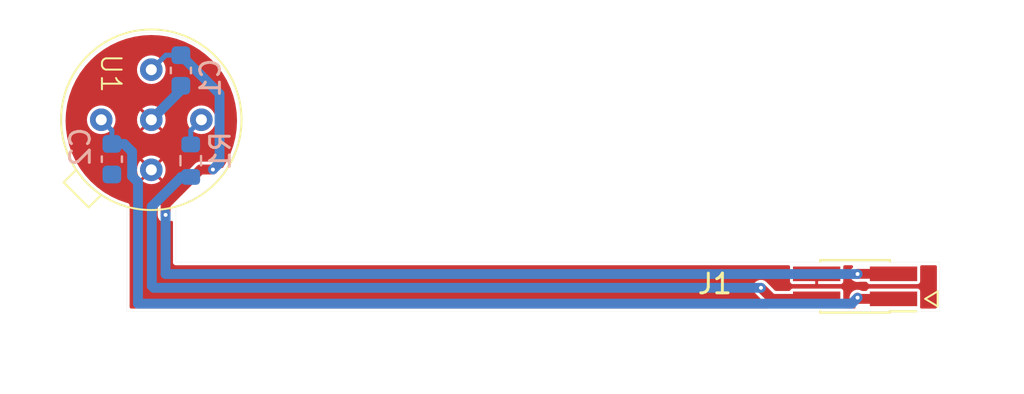
<source format=kicad_pcb>
(kicad_pcb (version 20221018) (generator pcbnew)
  (layers (0 "F.Cu" signal) (31 "B.Cu" signal) (34 "B.Paste" user) (35 "F.Paste" user) (36 "B.SilkS" user "B.Silkscreen") (37 "F.SilkS" user "F.Silkscreen") (38 "B.Mask" user) (39 "F.Mask" user) (44 "Edge.Cuts" user))
  (net 0 "")
  (net 1 "VCC")
  (net 2 "GND")
  (net 3 "VSS")
  (net 4 "Net-(J1-Pin_2)")
  (net 5 "Net-(U1-OUT)")
  (footprint "my_header:PinHeader_2x02_P1.27mm_compact" (layer "F.Cu") (at 93.375 74.525 180)
    (fp_text reference "J1" (at 7.112 0.127) (layer "F.SilkS"))
    (fp_text value "Conn_02x02_Odd_Even")
    (fp_line (start -4.191 -1.016) (end -3.556 -0.635) (stroke (width 0.1)) (layer "F.SilkS"))
    (fp_line (start -4.191 -0.254) (end -4.191 -1.016) (stroke (width 0.1)) (layer "F.SilkS"))
    (fp_line (start -3.556 -0.635) (end -4.191 -0.254) (stroke (width 0.1)) (layer "F.SilkS"))
    (fp_line (start -3.09 -1.265) (end -1.765 -1.265) (stroke (width 0.12)) (layer "F.SilkS"))
    (fp_line (start -1.765 -1.33) (end -1.765 -1.265) (stroke (width 0.12)) (layer "F.SilkS"))
    (fp_line (start -1.765 -1.33) (end 1.765 -1.33) (stroke (width 0.12)) (layer "F.SilkS"))
    (fp_line (start -1.765 1.265) (end -1.765 1.33) (stroke (width 0.12)) (layer "F.SilkS"))
    (fp_line (start -1.765 1.33) (end 1.765 1.33) (stroke (width 0.12)) (layer "F.SilkS"))
    (fp_line (start 1.765 -1.33) (end 1.765 -1.265) (stroke (width 0.12)) (layer "F.SilkS"))
    (fp_line (start 1.765 1.265) (end 1.765 1.33) (stroke (width 0.12)) (layer "F.SilkS"))
    (pad "1" smd rect (at -1.95 -0.635 180) (size 2.4 0.74) (layers "F.Cu" "F.Paste" "F.Mask") (net 3 "VSS"))
    (pad "2" smd rect (at 1.95 -0.635 180) (size 2.4 0.74) (layers "F.Cu" "F.Paste" "F.Mask") (net 4 "Net-(J1-Pin_2)"))
    (pad "3" smd rect (at -1.95 0.635 180) (size 2.4 0.74) (layers "F.Cu" "F.Paste" "F.Mask") (net 1 "VCC"))
    (pad "4" smd rect (at 1.95 0.635 180) (size 2.4 0.74) (layers "F.Cu" "F.Paste" "F.Mask") (net 2 "GND"))
  )
  (footprint "my_IQ80:IQ80xL" (layer "F.Cu") (at 57.675 63.535 -90)
    (fp_text reference "U1" (at 0.18595 2.04595 -90 unlocked) (layer "F.SilkS") (effects (font (thickness 0.1))))
    (fp_text value "IQ80xL")
    (fp_line (start 5.08 3.81) (end 5.715 4.445) (stroke (width 0.1)) (layer "F.SilkS"))
    (fp_line (start 5.715 4.445) (end 6.985 3.175) (stroke (width 0.1)) (layer "F.SilkS"))
    (fp_line (start 6.985 3.175) (end 6.35 2.54) (stroke (width 0.1)) (layer "F.SilkS"))
    (fp_circle (center 2.54 0) (end 6.35 2.54) (stroke (width 0.1)) (fill none) (layer "F.SilkS"))
    (pad "1" thru_hole circle (at 5.08 0 270) (size 1.143 1.143) (drill 0.5588) (layers "*.Cu" "*.Mask") (net 2 "GND"))
    (pad "2" thru_hole circle (at 2.54 -2.54 270) (size 1.143 1.143) (drill 0.5588) (layers "*.Cu" "*.Mask") (net 5 "Net-(U1-OUT)"))
    (pad "3" thru_hole circle (at 0 0 270) (size 1.143 1.143) (drill 0.5588) (layers "*.Cu" "*.Mask") (net 1 "VCC"))
    (pad "4" thru_hole circle (at 2.54 2.54 270) (size 1.143 1.143) (drill 0.5588) (layers "*.Cu" "*.Mask") (net 3 "VSS"))
    (pad "5" thru_hole circle (at 2.54 0 270) (size 1.143 1.143) (drill 0.5588) (layers "*.Cu" "*.Mask") (net 2 "GND"))
  )
  (footprint "Capacitor_SMD:C_0603_1608Metric" (layer "B.Cu") (at 55.675 68.075 -90)
    (fp_text reference "C2" (at -0.625 1.6 90) (layer "B.SilkS") (effects (justify mirror)))
    (fp_text value "C_Small")
    (fp_line (start -0.14058 -0.51) (end 0.14058 -0.51) (stroke (width 0.12)) (layer "B.SilkS"))
    (fp_line (start -0.14058 0.51) (end 0.14058 0.51) (stroke (width 0.12)) (layer "B.SilkS"))
    (pad "1" smd roundrect (at -0.775 0 270) (size 0.9 0.95) (layers "B.Cu" "B.Paste" "B.Mask") (net 3 "VSS"))
    (pad "2" smd roundrect (at 0.775 0 270) (size 0.9 0.95) (layers "B.Cu" "B.Paste" "B.Mask") (net 2 "GND"))
  )
  (footprint "Capacitor_SMD:C_0603_1608Metric" (layer "B.Cu") (at 59.175 63.575 -90)
    (fp_text reference "C1" (at 0.375 -1.5 90) (layer "B.SilkS") (effects (justify mirror)))
    (fp_text value "C_Small")
    (fp_line (start -0.14058 -0.51) (end 0.14058 -0.51) (stroke (width 0.12)) (layer "B.SilkS"))
    (fp_line (start -0.14058 0.51) (end 0.14058 0.51) (stroke (width 0.12)) (layer "B.SilkS"))
    (pad "1" smd roundrect (at -0.775 0 270) (size 0.9 0.95) (layers "B.Cu" "B.Paste" "B.Mask") (net 1 "VCC"))
    (pad "2" smd roundrect (at 0.775 0 270) (size 0.9 0.95) (layers "B.Cu" "B.Paste" "B.Mask") (net 2 "GND"))
  )
  (footprint "Resistor_SMD:R_0603_1608Metric" (layer "B.Cu") (at 59.675 68.15 -90)
    (fp_text reference "R1" (at -0.5 -1.5 90) (layer "B.SilkS") (effects (justify mirror)))
    (fp_text value "0R")
    (fp_line (start -0.237258 -0.5225) (end 0.237258 -0.5225) (stroke (width 0.12)) (layer "B.SilkS"))
    (fp_line (start -0.237258 0.5225) (end 0.237258 0.5225) (stroke (width 0.12)) (layer "B.SilkS"))
    (pad "1" smd roundrect (at -0.825 0 270) (size 0.8 0.95) (layers "B.Cu" "B.Paste" "B.Mask") (net 5 "Net-(U1-OUT)"))
    (pad "2" smd roundrect (at 0.825 0 270) (size 0.8 0.95) (layers "B.Cu" "B.Paste" "B.Mask") (net 4 "Net-(J1-Pin_2)"))
  )
  (gr_line (start 58.981267 61.81877) (end 58.552897 61.71147) (stroke (width 0.007874)) (layer "Edge.Cuts"))
  (gr_line (start 58.924998 70.445312) (end 58.981267 70.431212) (stroke (width 0.007874)) (layer "Edge.Cuts"))
  (gr_line (start 61.981221 67.431258) (end 62.088521 67.002888) (stroke (width 0.007874)) (layer "Edge.Cuts"))
  (gr_line (start 56.425002 70.445312) (end 56.425002 75.803062) (stroke (width 0.007874)) (layer "Edge.Cuts"))
  (gr_line (start 58.924998 73.303067) (end 58.924998 70.445312) (stroke (width 0.007874)) (layer "Edge.Cuts"))
  (gr_line (start 53.261479 67.002888) (end 53.368779 67.431258) (stroke (width 0.007874)) (layer "Edge.Cuts"))
  (gr_line (start 60.175055 69.866594) (end 60.529764 69.603534) (stroke (width 0.007874)) (layer "Edge.Cuts"))
  (gr_line (start 62.174991 66.124991) (end 62.153311 65.683921) (stroke (width 0.007874)) (layer "Edge.Cuts"))
  (gr_line (start 97.67492 75.803062) (end 97.67492 73.303067) (stroke (width 0.007874)) (layer "Edge.Cuts"))
  (gr_line (start 55.553724 62.156359) (end 55.174945 62.383388) (stroke (width 0.007874)) (layer "Edge.Cuts"))
  (gr_line (start 60.856974 69.306965) (end 61.153543 68.979755) (stroke (width 0.007874)) (layer "Edge.Cuts"))
  (gr_line (start 61.153543 63.270227) (end 60.856974 62.943017) (stroke (width 0.007874)) (layer "Edge.Cuts"))
  (gr_line (start 54.493026 62.943017) (end 54.196457 63.270227) (stroke (width 0.007874)) (layer "Edge.Cuts"))
  (gr_line (start 57.23393 61.64668) (end 56.797103 61.71147) (stroke (width 0.007874)) (layer "Edge.Cuts"))
  (gr_line (start 61.416603 63.624936) (end 61.153543 63.270227) (stroke (width 0.007874)) (layer "Edge.Cuts"))
  (gr_line (start 59.397057 61.967539) (end 58.981267 61.81877) (stroke (width 0.007874)) (layer "Edge.Cuts"))
  (gr_line (start 54.196457 68.979755) (end 54.493026 69.306965) (stroke (width 0.007874)) (layer "Edge.Cuts"))
  (gr_line (start 58.11607 61.64668) (end 57.675 61.625) (stroke (width 0.007874)) (layer "Edge.Cuts"))
  (gr_line (start 58.981267 70.431212) (end 59.397057 70.282443) (stroke (width 0.007874)) (layer "Edge.Cuts"))
  (gr_line (start 60.529764 62.646448) (end 60.175055 62.383388) (stroke (width 0.007874)) (layer "Edge.Cuts"))
  (gr_line (start 53.368779 64.818724) (end 53.261479 65.247094) (stroke (width 0.007874)) (layer "Edge.Cuts"))
  (gr_line (start 97.67492 73.303067) (end 58.924998 73.303067) (stroke (width 0.007874)) (layer "Edge.Cuts"))
  (gr_line (start 54.820236 69.603534) (end 55.174945 69.866594) (stroke (width 0.007874)) (layer "Edge.Cuts"))
  (gr_line (start 53.175009 66.124991) (end 53.196689 66.566061) (stroke (width 0.007874)) (layer "Edge.Cuts"))
  (gr_line (start 61.832452 67.847048) (end 61.981221 67.431258) (stroke (width 0.007874)) (layer "Edge.Cuts"))
  (gr_line (start 59.796276 62.156359) (end 59.397057 61.967539) (stroke (width 0.007874)) (layer "Edge.Cuts"))
  (gr_line (start 53.517548 64.402934) (end 53.368779 64.818724) (stroke (width 0.007874)) (layer "Edge.Cuts"))
  (gr_line (start 57.675 61.625) (end 57.23393 61.64668) (stroke (width 0.007874)) (layer "Edge.Cuts"))
  (gr_line (start 55.174945 69.866594) (end 55.553724 70.093623) (stroke (width 0.007874)) (layer "Edge.Cuts"))
  (gr_line (start 55.174945 62.383388) (end 54.820236 62.646448) (stroke (width 0.007874)) (layer "Edge.Cuts"))
  (gr_line (start 53.517548 67.847048) (end 53.706368 68.246267) (stroke (width 0.007874)) (layer "Edge.Cuts"))
  (gr_line (start 55.553724 70.093623) (end 55.952943 70.282443) (stroke (width 0.007874)) (layer "Edge.Cuts"))
  (gr_line (start 62.153311 66.566061) (end 62.174991 66.124991) (stroke (width 0.007874)) (layer "Edge.Cuts"))
  (gr_line (start 53.196689 65.683921) (end 53.175009 66.124991) (stroke (width 0.007874)) (layer "Edge.Cuts"))
  (gr_line (start 60.529764 69.603534) (end 60.856974 69.306965) (stroke (width 0.007874)) (layer "Edge.Cuts"))
  (gr_line (start 53.196689 66.566061) (end 53.261479 67.002888) (stroke (width 0.007874)) (layer "Edge.Cuts"))
  (gr_line (start 53.261479 65.247094) (end 53.196689 65.683921) (stroke (width 0.007874)) (layer "Edge.Cuts"))
  (gr_line (start 54.196457 63.270227) (end 53.933397 63.624936) (stroke (width 0.007874)) (layer "Edge.Cuts"))
  (gr_line (start 60.856974 62.943017) (end 60.529764 62.646448) (stroke (width 0.007874)) (layer "Edge.Cuts"))
  (gr_line (start 61.981221 64.818724) (end 61.832452 64.402934) (stroke (width 0.007874)) (layer "Edge.Cuts"))
  (gr_line (start 60.175055 62.383388) (end 59.796276 62.156359) (stroke (width 0.007874)) (layer "Edge.Cuts"))
  (gr_line (start 62.088521 65.247094) (end 61.981221 64.818724) (stroke (width 0.007874)) (layer "Edge.Cuts"))
  (gr_line (start 61.832452 64.402934) (end 61.643632 64.003715) (stroke (width 0.007874)) (layer "Edge.Cuts"))
  (gr_line (start 61.153543 68.979755) (end 61.416603 68.625046) (stroke (width 0.007874)) (layer "Edge.Cuts"))
  (gr_line (start 54.820236 62.646448) (end 54.493026 62.943017) (stroke (width 0.007874)) (layer "Edge.Cuts"))
  (gr_line (start 61.416603 68.625046) (end 61.643632 68.246267) (stroke (width 0.007874)) (layer "Edge.Cuts"))
  (gr_line (start 55.952943 70.282443) (end 56.368733 70.431212) (stroke (width 0.007874)) (layer "Edge.Cuts"))
  (gr_line (start 53.933397 68.625046) (end 54.196457 68.979755) (stroke (width 0.007874)) (layer "Edge.Cuts"))
  (gr_line (start 58.552897 61.71147) (end 58.11607 61.64668) (stroke (width 0.007874)) (layer "Edge.Cuts"))
  (gr_line (start 62.153311 65.683921) (end 62.088521 65.247094) (stroke (width 0.007874)) (layer "Edge.Cuts"))
  (gr_line (start 56.368733 61.81877) (end 55.952943 61.967539) (stroke (width 0.007874)) (layer "Edge.Cuts"))
  (gr_line (start 59.796276 70.093623) (end 60.175055 69.866594) (stroke (width 0.007874)) (layer "Edge.Cuts"))
  (gr_line (start 54.493026 69.306965) (end 54.820236 69.603534) (stroke (width 0.007874)) (layer "Edge.Cuts"))
  (gr_line (start 56.797103 61.71147) (end 56.368733 61.81877) (stroke (width 0.007874)) (layer "Edge.Cuts"))
  (gr_line (start 61.643632 64.003715) (end 61.416603 63.624936) (stroke (width 0.007874)) (layer "Edge.Cuts"))
  (gr_line (start 61.643632 68.246267) (end 61.832452 67.847048) (stroke (width 0.007874)) (layer "Edge.Cuts"))
  (gr_line (start 55.952943 61.967539) (end 55.553724 62.156359) (stroke (width 0.007874)) (layer "Edge.Cuts"))
  (gr_line (start 56.368733 70.431212) (end 56.425002 70.445312) (stroke (width 0.007874)) (layer "Edge.Cuts"))
  (gr_line (start 56.425002 75.803062) (end 97.67492 75.803062) (stroke (width 0.007874)) (layer "Edge.Cuts"))
  (gr_line (start 53.706368 68.246267) (end 53.933397 68.625046) (stroke (width 0.007874)) (layer "Edge.Cuts"))
  (gr_line (start 53.368779 67.431258) (end 53.517548 67.847048) (stroke (width 0.007874)) (layer "Edge.Cuts"))
  (gr_line (start 53.706368 64.003715) (end 53.517548 64.402934) (stroke (width 0.007874)) (layer "Edge.Cuts"))
  (gr_line (start 53.933397 63.624936) (end 53.706368 64.003715) (stroke (width 0.007874)) (layer "Edge.Cuts"))
  (gr_line (start 62.088521 67.002888) (end 62.153311 66.566061) (stroke (width 0.007874)) (layer "Edge.Cuts"))
  (gr_line (start 59.397057 70.282443) (end 59.796276 70.093623) (stroke (width 0.007874)) (layer "Edge.Cuts"))
  (segment (start 60.164636 68.6) (end 60.8 68.6) (width 0.5) (layer "F.Cu") (net 1))
  (segment (start 58.4 70.364636) (end 60.164636 68.6) (width 0.5) (layer "F.Cu") (net 1))
  (segment (start 58.4 70.9) (end 58.4 70.364636) (width 0.5) (layer "F.Cu") (net 1))
  (segment (start 95.325 73.89) (end 93.51 73.89) (width 0.5) (layer "F.Cu") (net 1))
  (segment (start 93.51 73.89) (end 93.5 73.9) (width 0.5) (layer "F.Cu") (net 1))
  (via (at 60.8 68.6) (size 0.4) (drill 0.2) (layers "F.Cu" "B.Cu") (net 1))
  (via (at 93.5 73.9) (size 0.4) (drill 0.2) (layers "F.Cu" "B.Cu") (net 1))
  (via (at 58.4 70.9) (size 0.4) (drill 0.2) (layers "F.Cu" "B.Cu") (net 1))
  (segment (start 58.4 70.8) (end 58.4 70.9) (width 0.5) (layer "B.Cu") (net 1))
  (segment (start 58.41 62.8) (end 57.675 63.535) (width 0.25) (layer "B.Cu") (net 1))
  (segment (start 93.5 73.9) (end 58.4 73.9) (width 0.5) (layer "B.Cu") (net 1))
  (segment (start 61.1365 68.2635) (end 61.1365 64.7615) (width 0.5) (layer "B.Cu") (net 1))
  (segment (start 58.4 73.9) (end 58.4 70.9) (width 0.5) (layer "B.Cu") (net 1))
  (segment (start 61.1365 64.7615) (end 59.175 62.8) (width 0.5) (layer "B.Cu") (net 1))
  (segment (start 59.175 62.8) (end 58.41 62.8) (width 0.25) (layer "B.Cu") (net 1))
  (segment (start 60.8 68.6) (end 61.1365 68.2635) (width 0.5) (layer "B.Cu") (net 1))
  (segment (start 59.175 64.575) (end 57.675 66.075) (width 0.5) (layer "B.Cu") (net 2))
  (segment (start 59.175 64.35) (end 59.175 64.575) (width 0.5) (layer "B.Cu") (net 2))
  (segment (start 95.325 75.16) (end 93.56 75.16) (width 0.5) (layer "F.Cu") (net 3))
  (segment (start 93.56 75.16) (end 93.5 75.1) (width 0.5) (layer "F.Cu") (net 3))
  (via (at 93.5 75.1) (size 0.4) (drill 0.2) (layers "F.Cu" "B.Cu") (net 3))
  (segment (start 93.5 75.1) (end 93.196938 75.403062) (width 0.5) (layer "B.Cu") (net 3))
  (segment (start 55.675 67.3) (end 55.675 66.615) (width 0.25) (layer "B.Cu") (net 3))
  (segment (start 56.7 67.7) (end 56.3 67.3) (width 0.5) (layer "B.Cu") (net 3))
  (segment (start 56.7 68.943198) (end 56.7 67.7) (width 0.5) (layer "B.Cu") (net 3))
  (segment (start 57 69.243198) (end 56.7 68.943198) (width 0.5) (layer "B.Cu") (net 3))
  (segment (start 57 75.403062) (end 57 69.243198) (width 0.5) (layer "B.Cu") (net 3))
  (segment (start 56.3 67.3) (end 55.675 67.3) (width 0.5) (layer "B.Cu") (net 3))
  (segment (start 93.196938 75.403062) (end 57 75.403062) (width 0.5) (layer "B.Cu") (net 3))
  (segment (start 55.675 66.615) (end 55.135 66.075) (width 0.25) (layer "B.Cu") (net 3))
  (segment (start 91.425 75.16) (end 89.159998 75.16) (width 0.5) (layer "F.Cu") (net 4))
  (segment (start 89.159998 75.16) (end 88.6 74.600002) (width 0.5) (layer "F.Cu") (net 4))
  (via (at 88.6 74.600002) (size 0.4) (drill 0.2) (layers "F.Cu" "B.Cu") (net 4))
  (segment (start 57.800002 74.600002) (end 88.6 74.600002) (width 0.5) (layer "B.Cu") (net 4))
  (segment (start 59.2 68.975) (end 57.7 70.475) (width 0.5) (layer "B.Cu") (net 4))
  (segment (start 57.7 74.5) (end 57.800002 74.600002) (width 0.5) (layer "B.Cu") (net 4))
  (segment (start 59.675 68.975) (end 59.2 68.975) (width 0.5) (layer "B.Cu") (net 4))
  (segment (start 57.7 70.475) (end 57.7 74.5) (width 0.5) (layer "B.Cu") (net 4))
  (segment (start 59.675 67.325) (end 59.675 66.615) (width 0.25) (layer "B.Cu") (net 5))
  (segment (start 59.675 66.615) (end 60.215 66.075) (width 0.25) (layer "B.Cu") (net 5))
  (zone (net 2) (net_name "GND") (layer "F.Cu") (connect_pads (clearance 0.15)) (min_thickness 0.15) (fill yes (thermal_gap 0.15) (thermal_bridge_width 0.15))
    (polygon (pts (xy 50 60) (xy 100 60) (xy 100 80) (xy 50 80)))
  )
)
</source>
